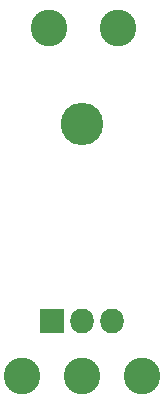
<source format=gbr>
%TF.GenerationSoftware,KiCad,Pcbnew,(5.1.6)-1*%
%TF.CreationDate,2021-05-20T08:24:50-04:00*%
%TF.ProjectId,ATX2AT-5v,41545832-4154-42d3-9576-2e6b69636164,rev?*%
%TF.SameCoordinates,Original*%
%TF.FileFunction,Soldermask,Bot*%
%TF.FilePolarity,Negative*%
%FSLAX46Y46*%
G04 Gerber Fmt 4.6, Leading zero omitted, Abs format (unit mm)*
G04 Created by KiCad (PCBNEW (5.1.6)-1) date 2021-05-20 08:24:50*
%MOMM*%
%LPD*%
G01*
G04 APERTURE LIST*
%ADD10C,3.100000*%
%ADD11O,3.600000X3.600000*%
%ADD12R,2.005000X2.100000*%
%ADD13O,2.005000X2.100000*%
G04 APERTURE END LIST*
D10*
%TO.C,-12V*%
X126746000Y-63500000D03*
%TD*%
%TO.C,GND*%
X132588000Y-63500000D03*
%TD*%
%TO.C,-12V*%
X124460000Y-92964000D03*
%TD*%
%TO.C,-5V*%
X129540000Y-92964000D03*
%TD*%
%TO.C,GND*%
X134620000Y-92964000D03*
%TD*%
D11*
%TO.C,U1*%
X129481001Y-71655001D03*
D12*
X126941001Y-88315001D03*
D13*
X129481001Y-88315001D03*
X132021001Y-88315001D03*
%TD*%
M02*

</source>
